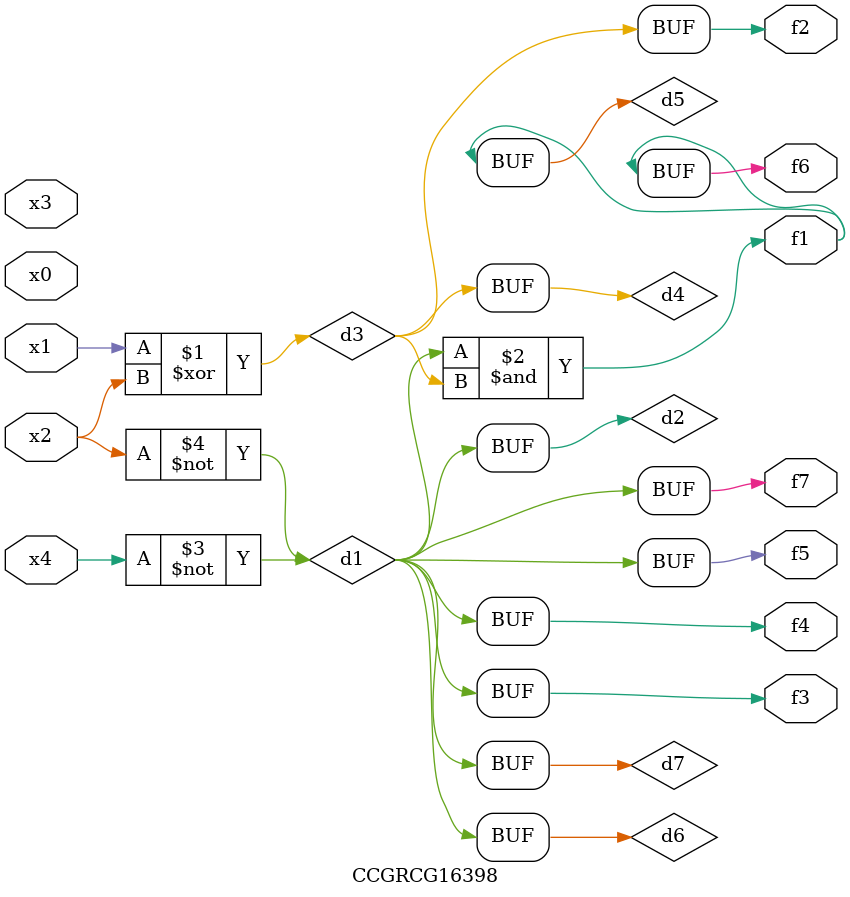
<source format=v>
module CCGRCG16398(
	input x0, x1, x2, x3, x4,
	output f1, f2, f3, f4, f5, f6, f7
);

	wire d1, d2, d3, d4, d5, d6, d7;

	not (d1, x4);
	not (d2, x2);
	xor (d3, x1, x2);
	buf (d4, d3);
	and (d5, d1, d3);
	buf (d6, d1, d2);
	buf (d7, d2);
	assign f1 = d5;
	assign f2 = d4;
	assign f3 = d7;
	assign f4 = d7;
	assign f5 = d7;
	assign f6 = d5;
	assign f7 = d7;
endmodule

</source>
